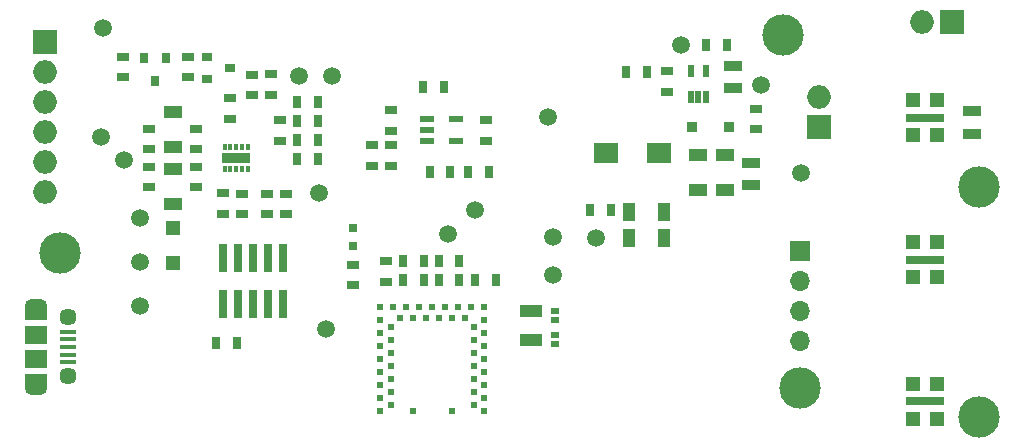
<source format=gbr>
%TF.GenerationSoftware,KiCad,Pcbnew,(6.0.0-rc1-dev-233-g53236a383)*%
%TF.CreationDate,2018-10-19T16:41:34+02:00*%
%TF.ProjectId,LEOLED_rev1,4C454F4C45445F726576312E6B696361,1*%
%TF.SameCoordinates,Original*%
%TF.FileFunction,Soldermask,Top*%
%TF.FilePolarity,Negative*%
%FSLAX46Y46*%
G04 Gerber Fmt 4.6, Leading zero omitted, Abs format (unit mm)*
G04 Created by KiCad (PCBNEW (6.0.0-rc1-dev-233-g53236a383)) date 10/19/18 16:41:34*
%MOMM*%
%LPD*%
G01*
G04 APERTURE LIST*
%ADD10R,0.600000X0.600000*%
%ADD11C,3.500000*%
%ADD12R,1.998980X1.998980*%
%ADD13O,1.998980X1.998980*%
%ADD14R,1.220000X1.250000*%
%ADD15R,1.500000X0.970000*%
%ADD16R,3.200000X0.700000*%
%ADD17R,1.150000X1.300000*%
%ADD18R,0.900000X0.950000*%
%ADD19R,1.900000X1.100000*%
%ADD20R,1.000000X0.670000*%
%ADD21R,0.670000X1.000000*%
%ADD22R,1.600000X1.000000*%
%ADD23R,0.650000X0.575000*%
%ADD24R,1.000000X1.600000*%
%ADD25R,0.800000X0.800000*%
%ADD26R,1.900000X1.200000*%
%ADD27O,1.900000X1.200000*%
%ADD28R,1.900000X1.500000*%
%ADD29C,1.450000*%
%ADD30R,1.350000X0.400000*%
%ADD31O,1.700000X1.700000*%
%ADD32R,1.700000X1.700000*%
%ADD33R,0.740000X2.400000*%
%ADD34R,2.000000X1.800000*%
%ADD35R,0.900000X0.800000*%
%ADD36R,0.800000X0.900000*%
%ADD37C,1.500000*%
%ADD38R,1.200000X0.840000*%
%ADD39R,0.350000X0.600000*%
%ADD40R,1.300000X0.550000*%
%ADD41R,0.500000X1.000000*%
G04 APERTURE END LIST*
D10*
X36638600Y4822800D03*
X33338600Y4822800D03*
X30588600Y4822800D03*
X31488600Y5372800D03*
X30588600Y5922800D03*
X31488600Y6472800D03*
X30588600Y7022800D03*
X31488600Y7572800D03*
X30588600Y8122800D03*
X31488600Y8672800D03*
X30588600Y9222800D03*
X31488600Y9772800D03*
X30588600Y10322800D03*
X31488600Y10872800D03*
X30588600Y11422800D03*
X31488600Y11972800D03*
X30588600Y12522800D03*
X30588600Y13622800D03*
X31688600Y13622800D03*
X32238600Y12722800D03*
X32788600Y13622800D03*
X33338600Y12722800D03*
X33888600Y13622800D03*
X34438600Y12722800D03*
X34988600Y13622800D03*
X35538600Y12722800D03*
X36088600Y13622800D03*
X36638600Y12722800D03*
X37188600Y13622800D03*
X37738600Y12722800D03*
X38288600Y13622800D03*
X39388600Y13622800D03*
X39388600Y12522800D03*
X38488600Y11972800D03*
X39388600Y11422800D03*
X38488600Y10872800D03*
X39388600Y10322800D03*
X38488600Y9772800D03*
X39388600Y9222800D03*
X38488600Y8672800D03*
X39388600Y8122800D03*
X38488600Y7572800D03*
X39388600Y7022800D03*
X38488600Y6472800D03*
X39388600Y5922800D03*
X38488600Y5372800D03*
X39388600Y4822800D03*
D11*
X81280000Y23799800D03*
X66065400Y6781800D03*
X64693800Y36703000D03*
X3454400Y18186400D03*
X81280000Y4368800D03*
D12*
X78994000Y37744400D03*
D13*
X76454000Y37744400D03*
D14*
X12988600Y17397800D03*
X12988600Y20347800D03*
D15*
X60436286Y34063630D03*
X60436286Y32153630D03*
X80688600Y30227800D03*
X80688600Y28317800D03*
D16*
X76688600Y29672800D03*
D17*
X75663600Y28197800D03*
X77713600Y28197800D03*
X75663600Y31147800D03*
X77713600Y31147800D03*
D16*
X76688600Y17672800D03*
D17*
X75663600Y16197800D03*
X77713600Y16197800D03*
X75663600Y19147800D03*
X77713600Y19147800D03*
D16*
X76688600Y5672800D03*
D17*
X75663600Y4197800D03*
X77713600Y4197800D03*
X75663600Y7147800D03*
X77713600Y7147800D03*
D18*
X56961286Y28853630D03*
X60111286Y28853630D03*
D19*
X43321250Y13321758D03*
X43321250Y10821758D03*
D20*
X10984117Y25547279D03*
X10984117Y23797279D03*
X14984117Y25547279D03*
X14984117Y23797279D03*
X31488600Y28572800D03*
X31488600Y30322800D03*
X22584117Y21497279D03*
X22584117Y23247279D03*
X18884117Y21497279D03*
X18884117Y23247279D03*
D21*
X35513600Y15972800D03*
X37263600Y15972800D03*
D20*
X10984117Y26997279D03*
X10984117Y28747279D03*
X14984117Y26997279D03*
X14984117Y28747279D03*
X31488600Y27347800D03*
X31488600Y25597800D03*
X29888600Y27347800D03*
X29888600Y25597800D03*
D21*
X40363600Y15972800D03*
X38613600Y15972800D03*
X48357071Y21895423D03*
X50107071Y21895423D03*
D20*
X54836286Y31878630D03*
X54836286Y33628630D03*
D12*
X67688600Y28872800D03*
D13*
X67688600Y31412800D03*
X2184400Y23368000D03*
X2184400Y25908000D03*
X2184400Y30988000D03*
X2184400Y33528000D03*
D12*
X2184400Y36068000D03*
D13*
X2184400Y28448000D03*
D22*
X12984117Y25372279D03*
X12984117Y22372279D03*
X12984117Y27172279D03*
X12984117Y30172279D03*
D23*
X45321250Y10484258D03*
X45321250Y11259258D03*
X45321250Y12571758D03*
X45321250Y13346758D03*
D24*
X54632071Y21695423D03*
X51632071Y21695423D03*
X54632071Y19495423D03*
X51632071Y19495423D03*
D22*
X57452039Y23517833D03*
X57452039Y26517833D03*
X59752039Y23517833D03*
X59752039Y26517833D03*
D25*
X28288600Y18822800D03*
X28288600Y20322800D03*
D26*
X1388600Y13172800D03*
X1388600Y7372800D03*
D27*
X1388600Y6772800D03*
X1388600Y13772800D03*
D28*
X1388600Y11272800D03*
D29*
X4088600Y7772800D03*
D30*
X4088600Y10272800D03*
X4088600Y9622800D03*
X4088600Y8972800D03*
X4088600Y11572800D03*
X4088600Y10922800D03*
D29*
X4088600Y12772800D03*
D28*
X1388600Y9272800D03*
D31*
X66088600Y10752800D03*
X66088600Y13292800D03*
X66088600Y15832800D03*
D32*
X66088600Y18372800D03*
D33*
X17248600Y13922800D03*
X17248600Y17822800D03*
X18518600Y13922800D03*
X18518600Y17822800D03*
X19788600Y13922800D03*
X19788600Y17822800D03*
X21058600Y13922800D03*
X21058600Y17822800D03*
X22328600Y13922800D03*
X22328600Y17822800D03*
D34*
X49686286Y26653630D03*
X54186286Y26653630D03*
D35*
X17884117Y33872279D03*
X15884117Y32922279D03*
X15884117Y34822279D03*
D36*
X11488600Y32772800D03*
X10538600Y34772800D03*
X12438600Y34772800D03*
D21*
X25263600Y29372800D03*
X23513600Y29372800D03*
X25263600Y27772800D03*
X23513600Y27772800D03*
D20*
X19688600Y33322800D03*
X19688600Y31572800D03*
D21*
X23513600Y30972800D03*
X25263600Y30972800D03*
X23513600Y26172800D03*
X25263600Y26172800D03*
D20*
X21288600Y31597800D03*
X21288600Y33347800D03*
X22088600Y29447800D03*
X22088600Y27697800D03*
X14284117Y33097279D03*
X14284117Y34847279D03*
X17884117Y31347279D03*
X17884117Y29597279D03*
X17284117Y21522279D03*
X17284117Y23272279D03*
D21*
X35513600Y17572800D03*
X37263600Y17572800D03*
D20*
X20984117Y23247279D03*
X20984117Y21497279D03*
D21*
X34188600Y32272800D03*
X35938600Y32272800D03*
D20*
X39488600Y29472800D03*
X39488600Y27722800D03*
D21*
X39788600Y25072800D03*
X38038600Y25072800D03*
X36488600Y25072800D03*
X34738600Y25072800D03*
D20*
X8788600Y33097800D03*
X8788600Y34847800D03*
X28288600Y17247800D03*
X28288600Y15497800D03*
D21*
X16688600Y10572800D03*
X18438600Y10572800D03*
X32513600Y17572800D03*
X34263600Y17572800D03*
D20*
X31088600Y15797800D03*
X31088600Y17547800D03*
D21*
X59911286Y35853630D03*
X58161286Y35853630D03*
X53111286Y33553630D03*
X51361286Y33553630D03*
D15*
X61952039Y23962833D03*
X61952039Y25872833D03*
D20*
X62388600Y30447800D03*
X62388600Y28697800D03*
D21*
X34263600Y15972800D03*
X32513600Y15972800D03*
D37*
X10188600Y13772800D03*
X10188600Y17472800D03*
X26488600Y33172800D03*
X25388600Y23272800D03*
X23688600Y33172800D03*
X10188600Y21172800D03*
X36288600Y19872800D03*
X7100600Y37272800D03*
X44748600Y29712800D03*
X38588600Y21872800D03*
X8878600Y26134800D03*
X6888600Y28012800D03*
X45188600Y16372800D03*
X25988600Y11772800D03*
X56028600Y35802800D03*
X45232071Y19595423D03*
X48832071Y19495423D03*
X62788600Y32472800D03*
X66188600Y24972800D03*
D38*
X17784117Y26272279D03*
X18984117Y26272279D03*
D39*
X17384117Y27222279D03*
X17884117Y27222279D03*
X18384117Y27222279D03*
X18884117Y27222279D03*
X19384117Y27222279D03*
X19384117Y25322279D03*
X18884117Y25322279D03*
X18384117Y25322279D03*
X17884117Y25322279D03*
X17384117Y25322279D03*
D40*
X36988600Y29572800D03*
X36988600Y27672800D03*
X34488600Y27672800D03*
X34488600Y28622800D03*
X34488600Y29572800D03*
D41*
X56836286Y33653630D03*
X58136286Y33653630D03*
X57486286Y31453630D03*
X58136286Y31453630D03*
X56836286Y31453630D03*
M02*

</source>
